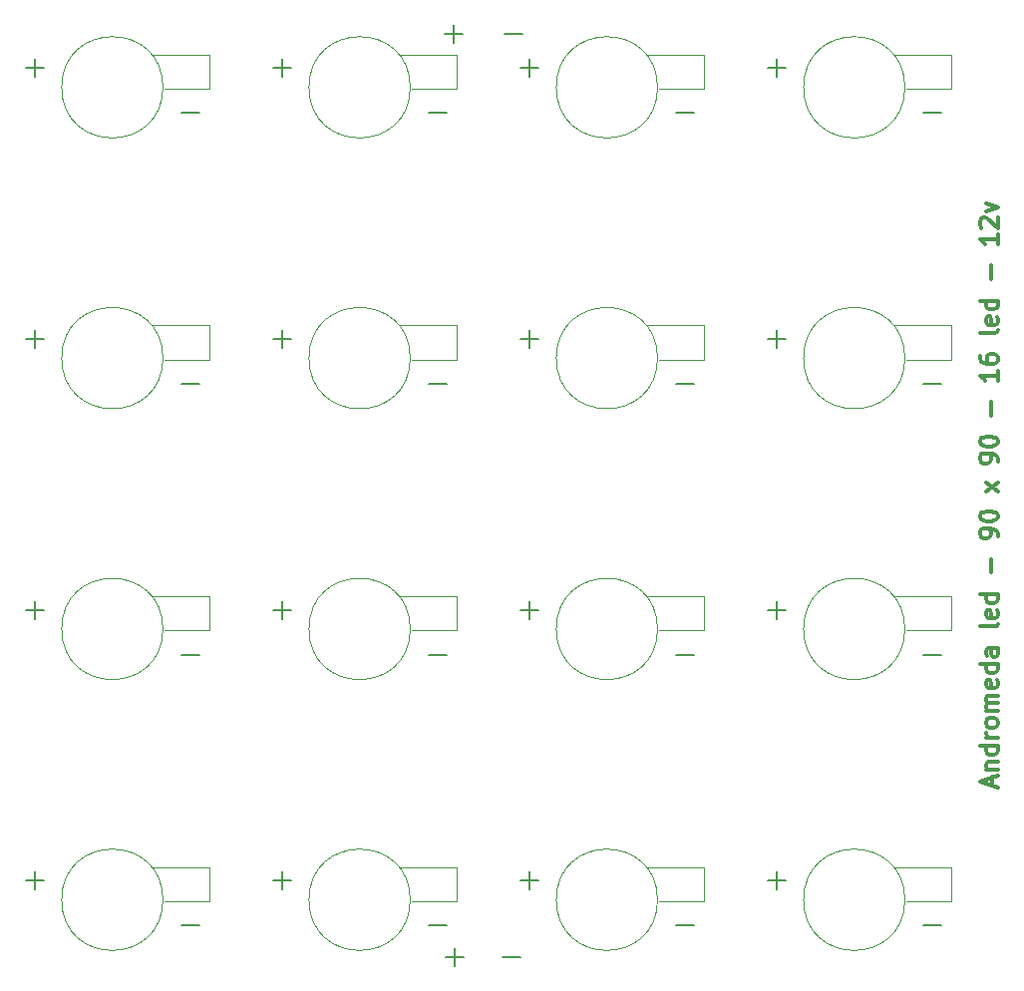
<source format=gbr>
%TF.GenerationSoftware,KiCad,Pcbnew,(6.0.2)*%
%TF.CreationDate,2022-02-24T13:51:07+07:00*%
%TF.ProjectId,LED_9x9,4c45445f-3978-4392-9e6b-696361645f70,rev?*%
%TF.SameCoordinates,Original*%
%TF.FileFunction,Legend,Top*%
%TF.FilePolarity,Positive*%
%FSLAX46Y46*%
G04 Gerber Fmt 4.6, Leading zero omitted, Abs format (unit mm)*
G04 Created by KiCad (PCBNEW (6.0.2)) date 2022-02-24 13:51:07*
%MOMM*%
%LPD*%
G01*
G04 APERTURE LIST*
%ADD10C,0.300000*%
%ADD11C,0.200000*%
%ADD12C,0.120000*%
G04 APERTURE END LIST*
D10*
X128250000Y-88678571D02*
X128250000Y-87964285D01*
X128678571Y-88821428D02*
X127178571Y-88321428D01*
X128678571Y-87821428D01*
X127678571Y-87321428D02*
X128678571Y-87321428D01*
X127821428Y-87321428D02*
X127750000Y-87250000D01*
X127678571Y-87107142D01*
X127678571Y-86892857D01*
X127750000Y-86750000D01*
X127892857Y-86678571D01*
X128678571Y-86678571D01*
X128678571Y-85321428D02*
X127178571Y-85321428D01*
X128607142Y-85321428D02*
X128678571Y-85464285D01*
X128678571Y-85750000D01*
X128607142Y-85892857D01*
X128535714Y-85964285D01*
X128392857Y-86035714D01*
X127964285Y-86035714D01*
X127821428Y-85964285D01*
X127750000Y-85892857D01*
X127678571Y-85750000D01*
X127678571Y-85464285D01*
X127750000Y-85321428D01*
X128678571Y-84607142D02*
X127678571Y-84607142D01*
X127964285Y-84607142D02*
X127821428Y-84535714D01*
X127750000Y-84464285D01*
X127678571Y-84321428D01*
X127678571Y-84178571D01*
X128678571Y-83464285D02*
X128607142Y-83607142D01*
X128535714Y-83678571D01*
X128392857Y-83750000D01*
X127964285Y-83750000D01*
X127821428Y-83678571D01*
X127750000Y-83607142D01*
X127678571Y-83464285D01*
X127678571Y-83250000D01*
X127750000Y-83107142D01*
X127821428Y-83035714D01*
X127964285Y-82964285D01*
X128392857Y-82964285D01*
X128535714Y-83035714D01*
X128607142Y-83107142D01*
X128678571Y-83250000D01*
X128678571Y-83464285D01*
X128678571Y-82321428D02*
X127678571Y-82321428D01*
X127821428Y-82321428D02*
X127750000Y-82250000D01*
X127678571Y-82107142D01*
X127678571Y-81892857D01*
X127750000Y-81750000D01*
X127892857Y-81678571D01*
X128678571Y-81678571D01*
X127892857Y-81678571D02*
X127750000Y-81607142D01*
X127678571Y-81464285D01*
X127678571Y-81250000D01*
X127750000Y-81107142D01*
X127892857Y-81035714D01*
X128678571Y-81035714D01*
X128607142Y-79750000D02*
X128678571Y-79892857D01*
X128678571Y-80178571D01*
X128607142Y-80321428D01*
X128464285Y-80392857D01*
X127892857Y-80392857D01*
X127750000Y-80321428D01*
X127678571Y-80178571D01*
X127678571Y-79892857D01*
X127750000Y-79750000D01*
X127892857Y-79678571D01*
X128035714Y-79678571D01*
X128178571Y-80392857D01*
X128678571Y-78392857D02*
X127178571Y-78392857D01*
X128607142Y-78392857D02*
X128678571Y-78535714D01*
X128678571Y-78821428D01*
X128607142Y-78964285D01*
X128535714Y-79035714D01*
X128392857Y-79107142D01*
X127964285Y-79107142D01*
X127821428Y-79035714D01*
X127750000Y-78964285D01*
X127678571Y-78821428D01*
X127678571Y-78535714D01*
X127750000Y-78392857D01*
X128678571Y-77035714D02*
X127892857Y-77035714D01*
X127750000Y-77107142D01*
X127678571Y-77250000D01*
X127678571Y-77535714D01*
X127750000Y-77678571D01*
X128607142Y-77035714D02*
X128678571Y-77178571D01*
X128678571Y-77535714D01*
X128607142Y-77678571D01*
X128464285Y-77750000D01*
X128321428Y-77750000D01*
X128178571Y-77678571D01*
X128107142Y-77535714D01*
X128107142Y-77178571D01*
X128035714Y-77035714D01*
X128678571Y-74964285D02*
X128607142Y-75107142D01*
X128464285Y-75178571D01*
X127178571Y-75178571D01*
X128607142Y-73821428D02*
X128678571Y-73964285D01*
X128678571Y-74250000D01*
X128607142Y-74392857D01*
X128464285Y-74464285D01*
X127892857Y-74464285D01*
X127750000Y-74392857D01*
X127678571Y-74250000D01*
X127678571Y-73964285D01*
X127750000Y-73821428D01*
X127892857Y-73750000D01*
X128035714Y-73750000D01*
X128178571Y-74464285D01*
X128678571Y-72464285D02*
X127178571Y-72464285D01*
X128607142Y-72464285D02*
X128678571Y-72607142D01*
X128678571Y-72892857D01*
X128607142Y-73035714D01*
X128535714Y-73107142D01*
X128392857Y-73178571D01*
X127964285Y-73178571D01*
X127821428Y-73107142D01*
X127750000Y-73035714D01*
X127678571Y-72892857D01*
X127678571Y-72607142D01*
X127750000Y-72464285D01*
X128107142Y-70607142D02*
X128107142Y-69464285D01*
X128678571Y-67535714D02*
X128678571Y-67250000D01*
X128607142Y-67107142D01*
X128535714Y-67035714D01*
X128321428Y-66892857D01*
X128035714Y-66821428D01*
X127464285Y-66821428D01*
X127321428Y-66892857D01*
X127250000Y-66964285D01*
X127178571Y-67107142D01*
X127178571Y-67392857D01*
X127250000Y-67535714D01*
X127321428Y-67607142D01*
X127464285Y-67678571D01*
X127821428Y-67678571D01*
X127964285Y-67607142D01*
X128035714Y-67535714D01*
X128107142Y-67392857D01*
X128107142Y-67107142D01*
X128035714Y-66964285D01*
X127964285Y-66892857D01*
X127821428Y-66821428D01*
X127178571Y-65892857D02*
X127178571Y-65750000D01*
X127250000Y-65607142D01*
X127321428Y-65535714D01*
X127464285Y-65464285D01*
X127750000Y-65392857D01*
X128107142Y-65392857D01*
X128392857Y-65464285D01*
X128535714Y-65535714D01*
X128607142Y-65607142D01*
X128678571Y-65750000D01*
X128678571Y-65892857D01*
X128607142Y-66035714D01*
X128535714Y-66107142D01*
X128392857Y-66178571D01*
X128107142Y-66250000D01*
X127750000Y-66250000D01*
X127464285Y-66178571D01*
X127321428Y-66107142D01*
X127250000Y-66035714D01*
X127178571Y-65892857D01*
X128678571Y-63750000D02*
X127678571Y-62964285D01*
X127678571Y-63750000D02*
X128678571Y-62964285D01*
X128678571Y-61178571D02*
X128678571Y-60892857D01*
X128607142Y-60750000D01*
X128535714Y-60678571D01*
X128321428Y-60535714D01*
X128035714Y-60464285D01*
X127464285Y-60464285D01*
X127321428Y-60535714D01*
X127250000Y-60607142D01*
X127178571Y-60750000D01*
X127178571Y-61035714D01*
X127250000Y-61178571D01*
X127321428Y-61250000D01*
X127464285Y-61321428D01*
X127821428Y-61321428D01*
X127964285Y-61250000D01*
X128035714Y-61178571D01*
X128107142Y-61035714D01*
X128107142Y-60750000D01*
X128035714Y-60607142D01*
X127964285Y-60535714D01*
X127821428Y-60464285D01*
X127178571Y-59535714D02*
X127178571Y-59392857D01*
X127250000Y-59250000D01*
X127321428Y-59178571D01*
X127464285Y-59107142D01*
X127750000Y-59035714D01*
X128107142Y-59035714D01*
X128392857Y-59107142D01*
X128535714Y-59178571D01*
X128607142Y-59250000D01*
X128678571Y-59392857D01*
X128678571Y-59535714D01*
X128607142Y-59678571D01*
X128535714Y-59750000D01*
X128392857Y-59821428D01*
X128107142Y-59892857D01*
X127750000Y-59892857D01*
X127464285Y-59821428D01*
X127321428Y-59750000D01*
X127250000Y-59678571D01*
X127178571Y-59535714D01*
X128107142Y-57250000D02*
X128107142Y-56107142D01*
X128678571Y-53464285D02*
X128678571Y-54321428D01*
X128678571Y-53892857D02*
X127178571Y-53892857D01*
X127392857Y-54035714D01*
X127535714Y-54178571D01*
X127607142Y-54321428D01*
X127178571Y-52178571D02*
X127178571Y-52464285D01*
X127250000Y-52607142D01*
X127321428Y-52678571D01*
X127535714Y-52821428D01*
X127821428Y-52892857D01*
X128392857Y-52892857D01*
X128535714Y-52821428D01*
X128607142Y-52750000D01*
X128678571Y-52607142D01*
X128678571Y-52321428D01*
X128607142Y-52178571D01*
X128535714Y-52107142D01*
X128392857Y-52035714D01*
X128035714Y-52035714D01*
X127892857Y-52107142D01*
X127821428Y-52178571D01*
X127750000Y-52321428D01*
X127750000Y-52607142D01*
X127821428Y-52750000D01*
X127892857Y-52821428D01*
X128035714Y-52892857D01*
X128678571Y-50035714D02*
X128607142Y-50178571D01*
X128464285Y-50250000D01*
X127178571Y-50250000D01*
X128607142Y-48892857D02*
X128678571Y-49035714D01*
X128678571Y-49321428D01*
X128607142Y-49464285D01*
X128464285Y-49535714D01*
X127892857Y-49535714D01*
X127750000Y-49464285D01*
X127678571Y-49321428D01*
X127678571Y-49035714D01*
X127750000Y-48892857D01*
X127892857Y-48821428D01*
X128035714Y-48821428D01*
X128178571Y-49535714D01*
X128678571Y-47535714D02*
X127178571Y-47535714D01*
X128607142Y-47535714D02*
X128678571Y-47678571D01*
X128678571Y-47964285D01*
X128607142Y-48107142D01*
X128535714Y-48178571D01*
X128392857Y-48250000D01*
X127964285Y-48250000D01*
X127821428Y-48178571D01*
X127750000Y-48107142D01*
X127678571Y-47964285D01*
X127678571Y-47678571D01*
X127750000Y-47535714D01*
X128107142Y-45678571D02*
X128107142Y-44535714D01*
X128678571Y-41892857D02*
X128678571Y-42750000D01*
X128678571Y-42321428D02*
X127178571Y-42321428D01*
X127392857Y-42464285D01*
X127535714Y-42607142D01*
X127607142Y-42750000D01*
X127321428Y-41321428D02*
X127250000Y-41250000D01*
X127178571Y-41107142D01*
X127178571Y-40750000D01*
X127250000Y-40607142D01*
X127321428Y-40535714D01*
X127464285Y-40464285D01*
X127607142Y-40464285D01*
X127821428Y-40535714D01*
X128678571Y-41392857D01*
X128678571Y-40464285D01*
X127678571Y-39964285D02*
X128678571Y-39607142D01*
X127678571Y-39250000D01*
D11*
%TO.C,D14*%
X122347195Y-54562657D02*
X123871004Y-54562657D01*
X109139195Y-50752657D02*
X110663004Y-50752657D01*
X109901100Y-51514561D02*
X109901100Y-49990752D01*
%TO.C,D12*%
X101347195Y-100562657D02*
X102871004Y-100562657D01*
X88139195Y-96752657D02*
X89663004Y-96752657D01*
X88901100Y-97514561D02*
X88901100Y-95990752D01*
%TO.C,D11*%
X101347195Y-77562657D02*
X102871004Y-77562657D01*
X88139195Y-73752657D02*
X89663004Y-73752657D01*
X88901100Y-74514561D02*
X88901100Y-72990752D01*
%TO.C,J2*%
X81788095Y-103266857D02*
X83311904Y-103266857D01*
X82550000Y-104028761D02*
X82550000Y-102504952D01*
X86614095Y-103266857D02*
X88137904Y-103266857D01*
%TO.C,D16*%
X109139195Y-96752657D02*
X110663004Y-96752657D01*
X109901100Y-97514561D02*
X109901100Y-95990752D01*
X122347195Y-100562657D02*
X123871004Y-100562657D01*
%TO.C,J1*%
X86783195Y-24824657D02*
X88307004Y-24824657D01*
X81703195Y-24824657D02*
X83227004Y-24824657D01*
X82465100Y-25586561D02*
X82465100Y-24062752D01*
%TO.C,D15*%
X122347195Y-77562657D02*
X123871004Y-77562657D01*
X109139195Y-73752657D02*
X110663004Y-73752657D01*
X109901100Y-74514561D02*
X109901100Y-72990752D01*
%TO.C,D13*%
X109139195Y-27752657D02*
X110663004Y-27752657D01*
X109901100Y-28514561D02*
X109901100Y-26990752D01*
X122347195Y-31562657D02*
X123871004Y-31562657D01*
%TO.C,D10*%
X88139195Y-50752657D02*
X89663004Y-50752657D01*
X88901100Y-51514561D02*
X88901100Y-49990752D01*
X101347195Y-54562657D02*
X102871004Y-54562657D01*
%TO.C,D7*%
X67139195Y-73752657D02*
X68663004Y-73752657D01*
X67901100Y-74514561D02*
X67901100Y-72990752D01*
X80347195Y-77562657D02*
X81871004Y-77562657D01*
%TO.C,D1*%
X59347195Y-31562657D02*
X60871004Y-31562657D01*
X46139195Y-27752657D02*
X47663004Y-27752657D01*
X46901100Y-28514561D02*
X46901100Y-26990752D01*
%TO.C,D9*%
X101347195Y-31562657D02*
X102871004Y-31562657D01*
X88139195Y-27752657D02*
X89663004Y-27752657D01*
X88901100Y-28514561D02*
X88901100Y-26990752D01*
%TO.C,D6*%
X67139195Y-50752657D02*
X68663004Y-50752657D01*
X67901100Y-51514561D02*
X67901100Y-49990752D01*
X80347195Y-54562657D02*
X81871004Y-54562657D01*
%TO.C,D5*%
X67139195Y-27752657D02*
X68663004Y-27752657D01*
X67901100Y-28514561D02*
X67901100Y-26990752D01*
X80347195Y-31562657D02*
X81871004Y-31562657D01*
%TO.C,D4*%
X59347195Y-100562657D02*
X60871004Y-100562657D01*
X46139195Y-96752657D02*
X47663004Y-96752657D01*
X46901100Y-97514561D02*
X46901100Y-95990752D01*
%TO.C,D2*%
X59347195Y-54562657D02*
X60871004Y-54562657D01*
X46139195Y-50752657D02*
X47663004Y-50752657D01*
X46901100Y-51514561D02*
X46901100Y-49990752D01*
%TO.C,D8*%
X67139195Y-96752657D02*
X68663004Y-96752657D01*
X67901100Y-97514561D02*
X67901100Y-95990752D01*
X80347195Y-100562657D02*
X81871004Y-100562657D01*
%TO.C,D3*%
X46139195Y-73752657D02*
X47663004Y-73752657D01*
X46901100Y-74514561D02*
X46901100Y-72990752D01*
X59347195Y-77562657D02*
X60871004Y-77562657D01*
D12*
%TO.C,D14*%
X120950100Y-52514800D02*
X124760100Y-52514800D01*
X124760100Y-52514800D02*
X124760100Y-49593800D01*
X124760100Y-49593800D02*
X119934100Y-49593800D01*
X120805100Y-52387800D02*
G75*
G03*
X120805100Y-52387800I-4300000J0D01*
G01*
%TO.C,D12*%
X103760100Y-95593800D02*
X98934100Y-95593800D01*
X99950100Y-98514800D02*
X103760100Y-98514800D01*
X103760100Y-98514800D02*
X103760100Y-95593800D01*
X99805100Y-98387800D02*
G75*
G03*
X99805100Y-98387800I-4300000J0D01*
G01*
%TO.C,D11*%
X103760100Y-75514800D02*
X103760100Y-72593800D01*
X99950100Y-75514800D02*
X103760100Y-75514800D01*
X103760100Y-72593800D02*
X98934100Y-72593800D01*
X99805100Y-75387800D02*
G75*
G03*
X99805100Y-75387800I-4300000J0D01*
G01*
%TO.C,D16*%
X120950100Y-98514800D02*
X124760100Y-98514800D01*
X124760100Y-98514800D02*
X124760100Y-95593800D01*
X124760100Y-95593800D02*
X119934100Y-95593800D01*
X120805100Y-98387800D02*
G75*
G03*
X120805100Y-98387800I-4300000J0D01*
G01*
%TO.C,D15*%
X124760100Y-72593800D02*
X119934100Y-72593800D01*
X124760100Y-75514800D02*
X124760100Y-72593800D01*
X120950100Y-75514800D02*
X124760100Y-75514800D01*
X120805100Y-75387800D02*
G75*
G03*
X120805100Y-75387800I-4300000J0D01*
G01*
%TO.C,D13*%
X120950100Y-29514800D02*
X124760100Y-29514800D01*
X124760100Y-29514800D02*
X124760100Y-26593800D01*
X124760100Y-26593800D02*
X119934100Y-26593800D01*
X120805100Y-29387800D02*
G75*
G03*
X120805100Y-29387800I-4300000J0D01*
G01*
%TO.C,D10*%
X103760100Y-49593800D02*
X98934100Y-49593800D01*
X99950100Y-52514800D02*
X103760100Y-52514800D01*
X103760100Y-52514800D02*
X103760100Y-49593800D01*
X99805100Y-52387800D02*
G75*
G03*
X99805100Y-52387800I-4300000J0D01*
G01*
%TO.C,D7*%
X78950100Y-75514800D02*
X82760100Y-75514800D01*
X82760100Y-72593800D02*
X77934100Y-72593800D01*
X82760100Y-75514800D02*
X82760100Y-72593800D01*
X78805100Y-75387800D02*
G75*
G03*
X78805100Y-75387800I-4300000J0D01*
G01*
%TO.C,D1*%
X61760100Y-29514800D02*
X61760100Y-26593800D01*
X57950100Y-29514800D02*
X61760100Y-29514800D01*
X61760100Y-26593800D02*
X56934100Y-26593800D01*
X57805100Y-29387800D02*
G75*
G03*
X57805100Y-29387800I-4300000J0D01*
G01*
%TO.C,D9*%
X103760100Y-29514800D02*
X103760100Y-26593800D01*
X103760100Y-26593800D02*
X98934100Y-26593800D01*
X99950100Y-29514800D02*
X103760100Y-29514800D01*
X99805100Y-29387800D02*
G75*
G03*
X99805100Y-29387800I-4300000J0D01*
G01*
%TO.C,D6*%
X82760100Y-49593800D02*
X77934100Y-49593800D01*
X78950100Y-52514800D02*
X82760100Y-52514800D01*
X82760100Y-52514800D02*
X82760100Y-49593800D01*
X78805100Y-52387800D02*
G75*
G03*
X78805100Y-52387800I-4300000J0D01*
G01*
%TO.C,D5*%
X78950100Y-29514800D02*
X82760100Y-29514800D01*
X82760100Y-29514800D02*
X82760100Y-26593800D01*
X82760100Y-26593800D02*
X77934100Y-26593800D01*
X78805100Y-29387800D02*
G75*
G03*
X78805100Y-29387800I-4300000J0D01*
G01*
%TO.C,D4*%
X57950100Y-98514800D02*
X61760100Y-98514800D01*
X61760100Y-98514800D02*
X61760100Y-95593800D01*
X61760100Y-95593800D02*
X56934100Y-95593800D01*
X57805100Y-98387800D02*
G75*
G03*
X57805100Y-98387800I-4300000J0D01*
G01*
%TO.C,D2*%
X61760100Y-49593800D02*
X56934100Y-49593800D01*
X57950100Y-52514800D02*
X61760100Y-52514800D01*
X61760100Y-52514800D02*
X61760100Y-49593800D01*
X57805100Y-52387800D02*
G75*
G03*
X57805100Y-52387800I-4300000J0D01*
G01*
%TO.C,D8*%
X82760100Y-98514800D02*
X82760100Y-95593800D01*
X78950100Y-98514800D02*
X82760100Y-98514800D01*
X82760100Y-95593800D02*
X77934100Y-95593800D01*
X78805100Y-98387800D02*
G75*
G03*
X78805100Y-98387800I-4300000J0D01*
G01*
%TO.C,D3*%
X57950100Y-75514800D02*
X61760100Y-75514800D01*
X61760100Y-72593800D02*
X56934100Y-72593800D01*
X61760100Y-75514800D02*
X61760100Y-72593800D01*
X57805100Y-75387800D02*
G75*
G03*
X57805100Y-75387800I-4300000J0D01*
G01*
%TD*%
M02*

</source>
